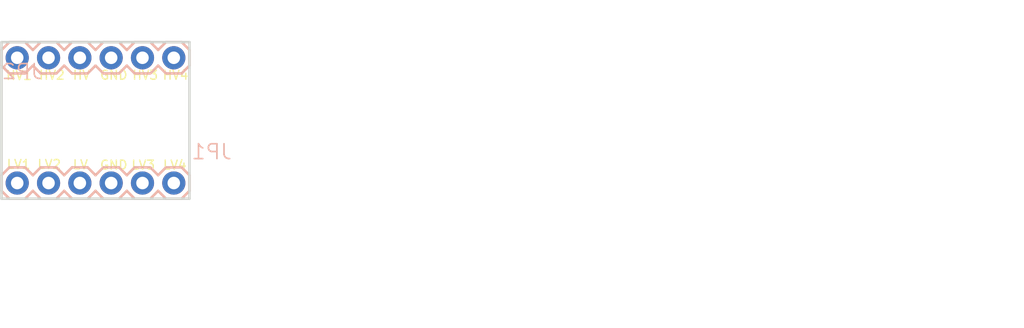
<source format=kicad_pcb>
(kicad_pcb (version 20171130) (host pcbnew "(5.1.12)-1")

  (general
    (thickness 1.6)
    (drawings 18)
    (tracks 4)
    (zones 0)
    (modules 2)
    (nets 11)
  )

  (page A4)
  (layers
    (0 Top signal)
    (31 Bottom signal)
    (32 B.Adhes user)
    (33 F.Adhes user)
    (34 B.Paste user)
    (35 F.Paste user)
    (36 B.SilkS user)
    (37 F.SilkS user)
    (38 B.Mask user)
    (39 F.Mask user)
    (40 Dwgs.User user)
    (41 Cmts.User user)
    (42 Eco1.User user)
    (43 Eco2.User user)
    (44 Edge.Cuts user)
    (45 Margin user)
    (46 B.CrtYd user)
    (47 F.CrtYd user)
    (48 B.Fab user)
    (49 F.Fab user)
  )

  (setup
    (last_trace_width 0.25)
    (trace_clearance 0.2)
    (zone_clearance 0.508)
    (zone_45_only no)
    (trace_min 0.2)
    (via_size 0.8)
    (via_drill 0.4)
    (via_min_size 0.4)
    (via_min_drill 0.3)
    (uvia_size 0.3)
    (uvia_drill 0.1)
    (uvias_allowed no)
    (uvia_min_size 0.2)
    (uvia_min_drill 0.1)
    (edge_width 0.05)
    (segment_width 0.2)
    (pcb_text_width 0.3)
    (pcb_text_size 1.5 1.5)
    (mod_edge_width 0.12)
    (mod_text_size 1 1)
    (mod_text_width 0.15)
    (pad_size 1.524 1.524)
    (pad_drill 0.762)
    (pad_to_mask_clearance 0)
    (aux_axis_origin 0 0)
    (visible_elements FFFFFF7F)
    (pcbplotparams
      (layerselection 0x010fc_ffffffff)
      (usegerberextensions false)
      (usegerberattributes true)
      (usegerberadvancedattributes true)
      (creategerberjobfile true)
      (excludeedgelayer true)
      (linewidth 0.100000)
      (plotframeref false)
      (viasonmask false)
      (mode 1)
      (useauxorigin false)
      (hpglpennumber 1)
      (hpglpenspeed 20)
      (hpglpendiameter 15.000000)
      (psnegative false)
      (psa4output false)
      (plotreference true)
      (plotvalue true)
      (plotinvisibletext false)
      (padsonsilk false)
      (subtractmaskfromsilk false)
      (outputformat 1)
      (mirror false)
      (drillshape 1)
      (scaleselection 1)
      (outputdirectory "../logic_converter_Exported/"))
  )

  (net 0 "")
  (net 1 VCC)
  (net 2 /LV4)
  (net 3 /HV4)
  (net 4 /LV1)
  (net 5 /HV1)
  (net 6 /LV2)
  (net 7 /GND)
  (net 8 /LV3)
  (net 9 /HV3)
  (net 10 /HV2)

  (net_class Default "This is the default net class."
    (clearance 0.2)
    (trace_width 0.25)
    (via_dia 0.8)
    (via_drill 0.4)
    (uvia_dia 0.3)
    (uvia_drill 0.1)
    (add_net /GND)
    (add_net /HV1)
    (add_net /HV2)
    (add_net /HV3)
    (add_net /HV4)
    (add_net /LV1)
    (add_net /LV2)
    (add_net /LV3)
    (add_net /LV4)
    (add_net VCC)
  )

  (module Logic_Level_Bidirectional:1X06 (layer Bottom) (tedit 0) (tstamp 61F6522F)
    (at 154.8511 110.0836 180)
    (path /0B60073D)
    (fp_text reference JP1 (at -1.3462 1.8288 180) (layer B.SilkS)
      (effects (font (size 1.2065 1.2065) (thickness 0.127)) (justify right bottom mirror))
    )
    (fp_text value M06SIP (at -1.27 -3.175 180) (layer B.Fab)
      (effects (font (size 1.2065 1.2065) (thickness 0.1016)) (justify right bottom mirror))
    )
    (fp_poly (pts (xy -0.254 -0.254) (xy 0.254 -0.254) (xy 0.254 0.254) (xy -0.254 0.254)) (layer B.Fab) (width 0))
    (fp_poly (pts (xy 2.286 -0.254) (xy 2.794 -0.254) (xy 2.794 0.254) (xy 2.286 0.254)) (layer B.Fab) (width 0))
    (fp_poly (pts (xy 4.826 -0.254) (xy 5.334 -0.254) (xy 5.334 0.254) (xy 4.826 0.254)) (layer B.Fab) (width 0))
    (fp_poly (pts (xy 7.366 -0.254) (xy 7.874 -0.254) (xy 7.874 0.254) (xy 7.366 0.254)) (layer B.Fab) (width 0))
    (fp_poly (pts (xy 9.906 -0.254) (xy 10.414 -0.254) (xy 10.414 0.254) (xy 9.906 0.254)) (layer B.Fab) (width 0))
    (fp_poly (pts (xy 12.446 -0.254) (xy 12.954 -0.254) (xy 12.954 0.254) (xy 12.446 0.254)) (layer B.Fab) (width 0))
    (fp_line (start 13.97 0.635) (end 13.97 -0.635) (layer B.SilkS) (width 0.2032))
    (fp_line (start 0.635 -1.27) (end -0.635 -1.27) (layer B.SilkS) (width 0.2032))
    (fp_line (start -1.27 -0.635) (end -0.635 -1.27) (layer B.SilkS) (width 0.2032))
    (fp_line (start -0.635 1.27) (end -1.27 0.635) (layer B.SilkS) (width 0.2032))
    (fp_line (start -1.27 0.635) (end -1.27 -0.635) (layer B.SilkS) (width 0.2032))
    (fp_line (start 1.905 -1.27) (end 1.27 -0.635) (layer B.SilkS) (width 0.2032))
    (fp_line (start 3.175 -1.27) (end 1.905 -1.27) (layer B.SilkS) (width 0.2032))
    (fp_line (start 3.81 -0.635) (end 3.175 -1.27) (layer B.SilkS) (width 0.2032))
    (fp_line (start 3.175 1.27) (end 3.81 0.635) (layer B.SilkS) (width 0.2032))
    (fp_line (start 1.905 1.27) (end 3.175 1.27) (layer B.SilkS) (width 0.2032))
    (fp_line (start 1.27 0.635) (end 1.905 1.27) (layer B.SilkS) (width 0.2032))
    (fp_line (start 1.27 -0.635) (end 0.635 -1.27) (layer B.SilkS) (width 0.2032))
    (fp_line (start 0.635 1.27) (end 1.27 0.635) (layer B.SilkS) (width 0.2032))
    (fp_line (start -0.635 1.27) (end 0.635 1.27) (layer B.SilkS) (width 0.2032))
    (fp_line (start 8.255 -1.27) (end 6.985 -1.27) (layer B.SilkS) (width 0.2032))
    (fp_line (start 6.35 -0.635) (end 6.985 -1.27) (layer B.SilkS) (width 0.2032))
    (fp_line (start 6.985 1.27) (end 6.35 0.635) (layer B.SilkS) (width 0.2032))
    (fp_line (start 4.445 -1.27) (end 3.81 -0.635) (layer B.SilkS) (width 0.2032))
    (fp_line (start 5.715 -1.27) (end 4.445 -1.27) (layer B.SilkS) (width 0.2032))
    (fp_line (start 6.35 -0.635) (end 5.715 -1.27) (layer B.SilkS) (width 0.2032))
    (fp_line (start 5.715 1.27) (end 6.35 0.635) (layer B.SilkS) (width 0.2032))
    (fp_line (start 4.445 1.27) (end 5.715 1.27) (layer B.SilkS) (width 0.2032))
    (fp_line (start 3.81 0.635) (end 4.445 1.27) (layer B.SilkS) (width 0.2032))
    (fp_line (start 9.525 -1.27) (end 8.89 -0.635) (layer B.SilkS) (width 0.2032))
    (fp_line (start 10.795 -1.27) (end 9.525 -1.27) (layer B.SilkS) (width 0.2032))
    (fp_line (start 11.43 -0.635) (end 10.795 -1.27) (layer B.SilkS) (width 0.2032))
    (fp_line (start 10.795 1.27) (end 11.43 0.635) (layer B.SilkS) (width 0.2032))
    (fp_line (start 9.525 1.27) (end 10.795 1.27) (layer B.SilkS) (width 0.2032))
    (fp_line (start 8.89 0.635) (end 9.525 1.27) (layer B.SilkS) (width 0.2032))
    (fp_line (start 8.89 -0.635) (end 8.255 -1.27) (layer B.SilkS) (width 0.2032))
    (fp_line (start 8.255 1.27) (end 8.89 0.635) (layer B.SilkS) (width 0.2032))
    (fp_line (start 6.985 1.27) (end 8.255 1.27) (layer B.SilkS) (width 0.2032))
    (fp_line (start 12.065 -1.27) (end 11.43 -0.635) (layer B.SilkS) (width 0.2032))
    (fp_line (start 13.335 -1.27) (end 12.065 -1.27) (layer B.SilkS) (width 0.2032))
    (fp_line (start 13.97 -0.635) (end 13.335 -1.27) (layer B.SilkS) (width 0.2032))
    (fp_line (start 13.335 1.27) (end 13.97 0.635) (layer B.SilkS) (width 0.2032))
    (fp_line (start 12.065 1.27) (end 13.335 1.27) (layer B.SilkS) (width 0.2032))
    (fp_line (start 11.43 0.635) (end 12.065 1.27) (layer B.SilkS) (width 0.2032))
    (pad 6 thru_hole circle (at 12.7 0 90) (size 1.8796 1.8796) (drill 1.016) (layers *.Cu *.Mask)
      (net 4 /LV1) (solder_mask_margin 0.1016))
    (pad 5 thru_hole circle (at 10.16 0 90) (size 1.8796 1.8796) (drill 1.016) (layers *.Cu *.Mask)
      (net 6 /LV2) (solder_mask_margin 0.1016))
    (pad 4 thru_hole circle (at 7.62 0 90) (size 1.8796 1.8796) (drill 1.016) (layers *.Cu *.Mask)
      (net 1 VCC) (solder_mask_margin 0.1016))
    (pad 3 thru_hole circle (at 5.08 0 90) (size 1.8796 1.8796) (drill 1.016) (layers *.Cu *.Mask)
      (net 7 /GND) (solder_mask_margin 0.1016))
    (pad 2 thru_hole circle (at 2.54 0 90) (size 1.8796 1.8796) (drill 1.016) (layers *.Cu *.Mask)
      (net 8 /LV3) (solder_mask_margin 0.1016))
    (pad 1 thru_hole circle (at 0 0 90) (size 1.8796 1.8796) (drill 1.016) (layers *.Cu *.Mask)
      (net 2 /LV4) (solder_mask_margin 0.1016))
  )

  (module Logic_Level_Bidirectional:1X06 (layer Bottom) (tedit 0) (tstamp 61F65264)
    (at 142.1511 99.9236)
    (path /BAFA783C)
    (fp_text reference JP2 (at -1.3462 1.8288) (layer B.SilkS)
      (effects (font (size 1.2065 1.2065) (thickness 0.127)) (justify right bottom mirror))
    )
    (fp_text value M06SIP (at -1.27 -3.175) (layer B.Fab)
      (effects (font (size 1.2065 1.2065) (thickness 0.1016)) (justify right bottom mirror))
    )
    (fp_poly (pts (xy -0.254 -0.254) (xy 0.254 -0.254) (xy 0.254 0.254) (xy -0.254 0.254)) (layer B.Fab) (width 0))
    (fp_poly (pts (xy 2.286 -0.254) (xy 2.794 -0.254) (xy 2.794 0.254) (xy 2.286 0.254)) (layer B.Fab) (width 0))
    (fp_poly (pts (xy 4.826 -0.254) (xy 5.334 -0.254) (xy 5.334 0.254) (xy 4.826 0.254)) (layer B.Fab) (width 0))
    (fp_poly (pts (xy 7.366 -0.254) (xy 7.874 -0.254) (xy 7.874 0.254) (xy 7.366 0.254)) (layer B.Fab) (width 0))
    (fp_poly (pts (xy 9.906 -0.254) (xy 10.414 -0.254) (xy 10.414 0.254) (xy 9.906 0.254)) (layer B.Fab) (width 0))
    (fp_poly (pts (xy 12.446 -0.254) (xy 12.954 -0.254) (xy 12.954 0.254) (xy 12.446 0.254)) (layer B.Fab) (width 0))
    (fp_line (start 13.97 0.635) (end 13.97 -0.635) (layer B.SilkS) (width 0.2032))
    (fp_line (start 0.635 -1.27) (end -0.635 -1.27) (layer B.SilkS) (width 0.2032))
    (fp_line (start -1.27 -0.635) (end -0.635 -1.27) (layer B.SilkS) (width 0.2032))
    (fp_line (start -0.635 1.27) (end -1.27 0.635) (layer B.SilkS) (width 0.2032))
    (fp_line (start -1.27 0.635) (end -1.27 -0.635) (layer B.SilkS) (width 0.2032))
    (fp_line (start 1.905 -1.27) (end 1.27 -0.635) (layer B.SilkS) (width 0.2032))
    (fp_line (start 3.175 -1.27) (end 1.905 -1.27) (layer B.SilkS) (width 0.2032))
    (fp_line (start 3.81 -0.635) (end 3.175 -1.27) (layer B.SilkS) (width 0.2032))
    (fp_line (start 3.175 1.27) (end 3.81 0.635) (layer B.SilkS) (width 0.2032))
    (fp_line (start 1.905 1.27) (end 3.175 1.27) (layer B.SilkS) (width 0.2032))
    (fp_line (start 1.27 0.635) (end 1.905 1.27) (layer B.SilkS) (width 0.2032))
    (fp_line (start 1.27 -0.635) (end 0.635 -1.27) (layer B.SilkS) (width 0.2032))
    (fp_line (start 0.635 1.27) (end 1.27 0.635) (layer B.SilkS) (width 0.2032))
    (fp_line (start -0.635 1.27) (end 0.635 1.27) (layer B.SilkS) (width 0.2032))
    (fp_line (start 8.255 -1.27) (end 6.985 -1.27) (layer B.SilkS) (width 0.2032))
    (fp_line (start 6.35 -0.635) (end 6.985 -1.27) (layer B.SilkS) (width 0.2032))
    (fp_line (start 6.985 1.27) (end 6.35 0.635) (layer B.SilkS) (width 0.2032))
    (fp_line (start 4.445 -1.27) (end 3.81 -0.635) (layer B.SilkS) (width 0.2032))
    (fp_line (start 5.715 -1.27) (end 4.445 -1.27) (layer B.SilkS) (width 0.2032))
    (fp_line (start 6.35 -0.635) (end 5.715 -1.27) (layer B.SilkS) (width 0.2032))
    (fp_line (start 5.715 1.27) (end 6.35 0.635) (layer B.SilkS) (width 0.2032))
    (fp_line (start 4.445 1.27) (end 5.715 1.27) (layer B.SilkS) (width 0.2032))
    (fp_line (start 3.81 0.635) (end 4.445 1.27) (layer B.SilkS) (width 0.2032))
    (fp_line (start 9.525 -1.27) (end 8.89 -0.635) (layer B.SilkS) (width 0.2032))
    (fp_line (start 10.795 -1.27) (end 9.525 -1.27) (layer B.SilkS) (width 0.2032))
    (fp_line (start 11.43 -0.635) (end 10.795 -1.27) (layer B.SilkS) (width 0.2032))
    (fp_line (start 10.795 1.27) (end 11.43 0.635) (layer B.SilkS) (width 0.2032))
    (fp_line (start 9.525 1.27) (end 10.795 1.27) (layer B.SilkS) (width 0.2032))
    (fp_line (start 8.89 0.635) (end 9.525 1.27) (layer B.SilkS) (width 0.2032))
    (fp_line (start 8.89 -0.635) (end 8.255 -1.27) (layer B.SilkS) (width 0.2032))
    (fp_line (start 8.255 1.27) (end 8.89 0.635) (layer B.SilkS) (width 0.2032))
    (fp_line (start 6.985 1.27) (end 8.255 1.27) (layer B.SilkS) (width 0.2032))
    (fp_line (start 12.065 -1.27) (end 11.43 -0.635) (layer B.SilkS) (width 0.2032))
    (fp_line (start 13.335 -1.27) (end 12.065 -1.27) (layer B.SilkS) (width 0.2032))
    (fp_line (start 13.97 -0.635) (end 13.335 -1.27) (layer B.SilkS) (width 0.2032))
    (fp_line (start 13.335 1.27) (end 13.97 0.635) (layer B.SilkS) (width 0.2032))
    (fp_line (start 12.065 1.27) (end 13.335 1.27) (layer B.SilkS) (width 0.2032))
    (fp_line (start 11.43 0.635) (end 12.065 1.27) (layer B.SilkS) (width 0.2032))
    (pad 6 thru_hole circle (at 12.7 0 270) (size 1.8796 1.8796) (drill 1.016) (layers *.Cu *.Mask)
      (net 3 /HV4) (solder_mask_margin 0.1016))
    (pad 5 thru_hole circle (at 10.16 0 270) (size 1.8796 1.8796) (drill 1.016) (layers *.Cu *.Mask)
      (net 9 /HV3) (solder_mask_margin 0.1016))
    (pad 4 thru_hole circle (at 7.62 0 270) (size 1.8796 1.8796) (drill 1.016) (layers *.Cu *.Mask)
      (net 7 /GND) (solder_mask_margin 0.1016))
    (pad 3 thru_hole circle (at 5.08 0 270) (size 1.8796 1.8796) (drill 1.016) (layers *.Cu *.Mask)
      (net 1 VCC) (solder_mask_margin 0.1016))
    (pad 2 thru_hole circle (at 2.54 0 270) (size 1.8796 1.8796) (drill 1.016) (layers *.Cu *.Mask)
      (net 10 /HV2) (solder_mask_margin 0.1016))
    (pad 1 thru_hole circle (at 0 0 270) (size 1.8796 1.8796) (drill 1.016) (layers *.Cu *.Mask)
      (net 5 /HV1) (solder_mask_margin 0.1016))
  )

  (gr_text LV2 (at 143.7259 108.9914) (layer F.SilkS) (tstamp 8E9F8A20)
    (effects (font (size 0.7239 0.7239) (thickness 0.1143)) (justify left bottom))
  )
  (gr_text GND (at 148.8059 109.0422) (layer F.SilkS) (tstamp 8E9F9F60)
    (effects (font (size 0.7239 0.7239) (thickness 0.1143)) (justify left bottom))
  )
  (gr_line (start 140.8811 111.3536) (end 156.1211 111.3536) (layer Edge.Cuts) (width 0.2032) (tstamp 8E9F76C0))
  (gr_line (start 156.1211 111.3536) (end 156.1211 98.6536) (layer Edge.Cuts) (width 0.2032) (tstamp 8E9F7440))
  (gr_line (start 156.1211 98.6536) (end 140.8811 98.6536) (layer Edge.Cuts) (width 0.2032) (tstamp 8E9F6180))
  (gr_line (start 140.8811 98.6536) (end 140.8811 111.3536) (layer Edge.Cuts) (width 0.2032) (tstamp 8E9F69A0))
  (gr_text "Nathan Seidle" (at 189.1411 118.9736) (layer F.Fab) (tstamp 8E9F6D60)
    (effects (font (size 1.6891 1.6891) (thickness 0.14224)) (justify left bottom))
  )
  (gr_text "Rev V13 by Patrick Alberts" (at 189.1411 121.5136) (layer F.Fab) (tstamp 8E9F7760)
    (effects (font (size 1.6891 1.6891) (thickness 0.14224)) (justify left bottom))
  )
  (gr_text HV1 (at 141.1859 101.7778) (layer F.SilkS) (tstamp 8E9F6860)
    (effects (font (size 0.7239 0.7239) (thickness 0.1143)) (justify left bottom))
  )
  (gr_text HV4 (at 153.8859 101.7524) (layer F.SilkS) (tstamp 8E9F6900)
    (effects (font (size 0.7239 0.7239) (thickness 0.1143)) (justify left bottom))
  )
  (gr_text HV2 (at 143.8529 101.7524) (layer F.SilkS) (tstamp 8E9F6C20)
    (effects (font (size 0.7239 0.7239) (thickness 0.1143)) (justify left bottom))
  )
  (gr_text HV3 (at 151.4221 101.7524) (layer F.SilkS) (tstamp 8E9F7120)
    (effects (font (size 0.7239 0.7239) (thickness 0.1143)) (justify left bottom))
  )
  (gr_text GND (at 148.8059 101.7524) (layer F.SilkS) (tstamp 8E9F7260)
    (effects (font (size 0.7239 0.7239) (thickness 0.1143)) (justify left bottom))
  )
  (gr_text HV (at 146.5961 101.7524) (layer F.SilkS) (tstamp 8E9F8980)
    (effects (font (size 0.7239 0.7239) (thickness 0.1143)) (justify left bottom))
  )
  (gr_text LV (at 146.5961 109.0168) (layer F.SilkS) (tstamp 8E9F85C0)
    (effects (font (size 0.7239 0.7239) (thickness 0.1143)) (justify left bottom))
  )
  (gr_text LV3 (at 151.3459 109.0422) (layer F.SilkS) (tstamp 8E9F8700)
    (effects (font (size 0.7239 0.7239) (thickness 0.1143)) (justify left bottom))
  )
  (gr_text LV4 (at 153.9113 109.0422) (layer F.SilkS) (tstamp 8E9F97E0)
    (effects (font (size 0.7239 0.7239) (thickness 0.1143)) (justify left bottom))
  )
  (gr_text LV1 (at 141.2367 108.9914) (layer F.SilkS) (tstamp 8E9F9380)
    (effects (font (size 0.7239 0.7239) (thickness 0.1143)) (justify left bottom))
  )

  (segment (start 142.1511 99.9236) (end 142.0377 100.037) (width 0.254) (layer Top) (net 5) (tstamp 8A4C3F10))
  (segment (start 147.2311 99.9236) (end 147.4461 100.1386) (width 0.254) (layer Top) (net 1) (tstamp 8A4C40F0))
  (segment (start 144.6911 110.0836) (end 145.1093 110.0836) (width 0.254) (layer Bottom) (net 6) (tstamp 8A4C4F50))
  (segment (start 154.8511 110.0836) (end 154.9899 109.9448) (width 0.254) (layer Top) (net 2) (tstamp 8A4CAF90))

  (zone (net 7) (net_name /GND) (layer Top) (tstamp 8A4C17B0) (hatch edge 0.508)
    (priority 6)
    (connect_pads (clearance 0.000001))
    (min_thickness 0.127)
    (fill (arc_segments 32) (thermal_gap 0.304) (thermal_bridge_width 0.304))
    (polygon
      (pts
        (xy 156.2481 111.4806) (xy 140.7541 111.4806) (xy 140.7541 98.5266) (xy 156.2481 98.5266)
      )
    )
  )
  (zone (net 7) (net_name /GND) (layer Bottom) (tstamp 8A4C18F0) (hatch edge 0.508)
    (priority 6)
    (connect_pads (clearance 0.000001))
    (min_thickness 0.127)
    (fill (arc_segments 32) (thermal_gap 0.304) (thermal_bridge_width 0.304))
    (polygon
      (pts
        (xy 156.2481 111.4806) (xy 140.7541 111.4806) (xy 140.7541 98.5266) (xy 156.2481 98.5266)
      )
    )
  )
)

</source>
